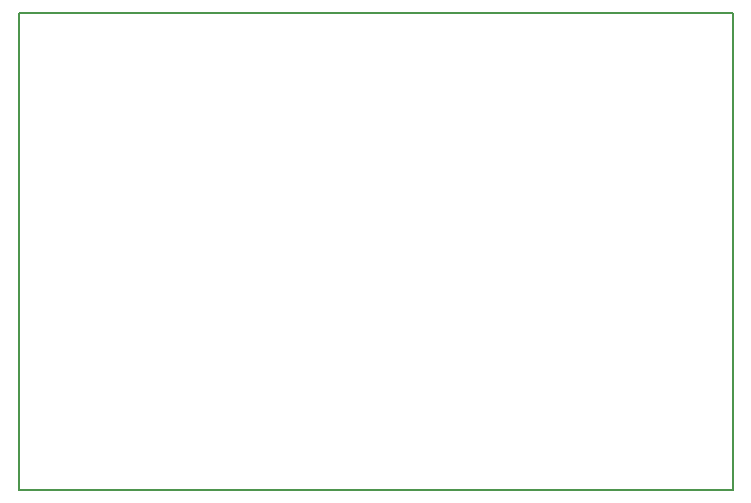
<source format=gbr>
G04 #@! TF.FileFunction,Profile,NP*
%FSLAX46Y46*%
G04 Gerber Fmt 4.6, Leading zero omitted, Abs format (unit mm)*
G04 Created by KiCad (PCBNEW 4.0.6) date 02/20/19 11:59:32*
%MOMM*%
%LPD*%
G01*
G04 APERTURE LIST*
%ADD10C,0.100000*%
%ADD11C,0.150000*%
G04 APERTURE END LIST*
D10*
D11*
X151130000Y-50800000D02*
X90678000Y-50800000D01*
X151130000Y-91186000D02*
X151130000Y-50800000D01*
X90678000Y-91186000D02*
X151130000Y-91186000D01*
X90678000Y-50800000D02*
X90678000Y-91186000D01*
M02*

</source>
